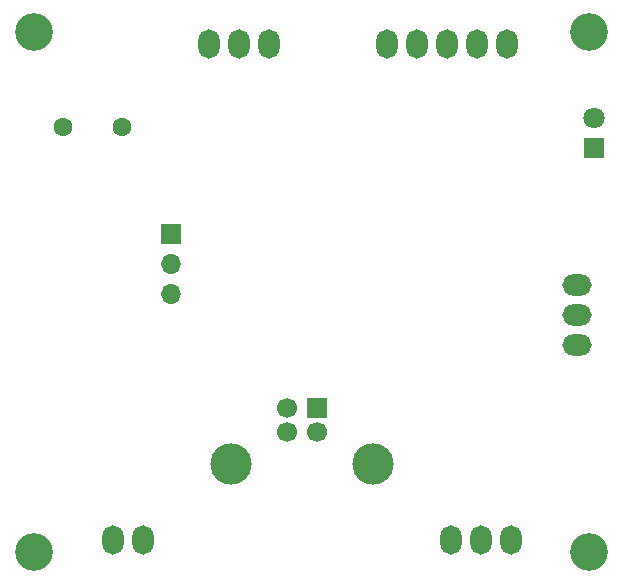
<source format=gbs>
%TF.GenerationSoftware,KiCad,Pcbnew,(6.0.1)*%
%TF.CreationDate,2023-06-09T19:02:12+03:00*%
%TF.ProjectId,Radioless Allstar Node,52616469-6f6c-4657-9373-20416c6c7374,rev?*%
%TF.SameCoordinates,PX5f5e100PY5f5e100*%
%TF.FileFunction,Soldermask,Bot*%
%TF.FilePolarity,Negative*%
%FSLAX46Y46*%
G04 Gerber Fmt 4.6, Leading zero omitted, Abs format (unit mm)*
G04 Created by KiCad (PCBNEW (6.0.1)) date 2023-06-09 19:02:12*
%MOMM*%
%LPD*%
G01*
G04 APERTURE LIST*
%ADD10R,1.700000X1.700000*%
%ADD11C,1.700000*%
%ADD12C,3.500000*%
%ADD13R,1.800000X1.800000*%
%ADD14C,1.800000*%
%ADD15C,3.200000*%
%ADD16C,1.600000*%
%ADD17O,1.700000X1.700000*%
%ADD18O,1.800000X2.500000*%
%ADD19O,2.500000X1.800000*%
G04 APERTURE END LIST*
D10*
%TO.C,J3*%
X26950000Y15177500D03*
D11*
X24450000Y15177500D03*
X24450000Y13177500D03*
X26950000Y13177500D03*
D12*
X19680000Y10467500D03*
X31720000Y10467500D03*
%TD*%
D13*
%TO.C,D1*%
X50400000Y37200000D03*
D14*
X50400000Y39740000D03*
%TD*%
D15*
%TO.C,H2*%
X50000000Y47000000D03*
%TD*%
D16*
%TO.C,C24*%
X10500000Y39000000D03*
X5500000Y39000000D03*
%TD*%
D10*
%TO.C,J4*%
X14600000Y29925000D03*
D17*
X14600000Y27385000D03*
X14600000Y24845000D03*
%TD*%
D18*
%TO.C,J2*%
X32920000Y46000000D03*
X35460000Y46000000D03*
X38000000Y46000000D03*
X40540000Y46000000D03*
X43080000Y46000000D03*
%TD*%
D19*
%TO.C,SW1*%
X49000000Y20560000D03*
X49000000Y23100000D03*
X49000000Y25640000D03*
%TD*%
D15*
%TO.C,H4*%
X3000000Y3000000D03*
%TD*%
%TO.C,H1*%
X3000000Y47000000D03*
%TD*%
D18*
%TO.C,J1*%
X9730000Y4000000D03*
X12270000Y4000000D03*
%TD*%
%TO.C,RV3*%
X17860000Y46000000D03*
X20400000Y46000000D03*
X22940000Y46000000D03*
%TD*%
D15*
%TO.C,H3*%
X50000000Y3000000D03*
%TD*%
D18*
%TO.C,RV2*%
X38360000Y4000000D03*
X40900000Y4000000D03*
X43440000Y4000000D03*
%TD*%
M02*

</source>
